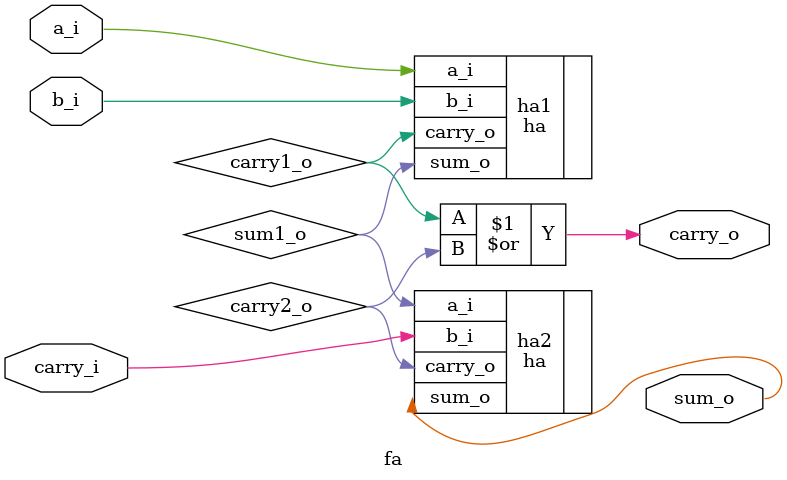
<source format=sv>
module fa(
	// input
	input logic a_i,
	input logic b_i,
	input logic carry_i,
	
	// output
	output logic sum_o,
	output logic carry_o
);
	logic sum1_o; 
	logic carry1_o;
	logic carry2_o;
	
	ha ha1(
		.a_i(a_i),
		.b_i(b_i),
		.sum_o(sum1_o),
		.carry_o(carry1_o)
	);

	ha ha2(
		.a_i(sum1_o),
		.b_i(carry_i),
		.sum_o(sum_o),
		.carry_o(carry2_o)
	);
	
	assign carry_o = carry1_o | carry2_o ; 
endmodule : fa

</source>
